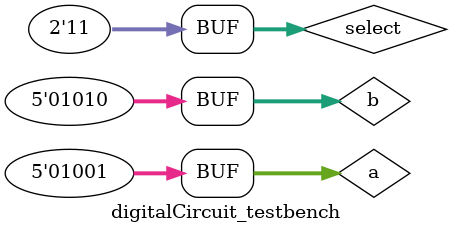
<source format=v>
`define DELAY 20
module digitalCircuit_testbench(); 
reg[4:0] a, b;
reg[1:0] select;
wire[4:0] result;

digitalCircuit fooA(result, a, b, select);

initial begin
a = 5'b01010; b = 5'b10101; select = 2'b00;
#`DELAY;
a = 5'b00101; b = 5'b11110; select = 2'b01;
#`DELAY;
a = 5'b01011; b = 5'b10100; select = 2'b10;
#`DELAY;
a = 5'b01001; b = 5'b01010; select = 2'b11;
#`DELAY;
end
 
 
initial
begin
$monitor("time = %2d, a =%5b, b=%5b, select = %2b, result=%5b", $time, a, b, select, result);
end
 
endmodule
</source>
